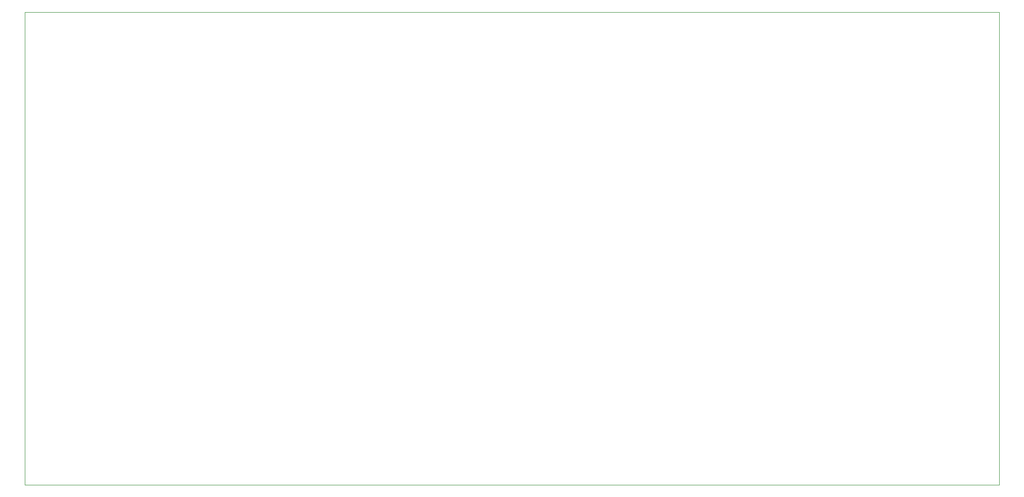
<source format=gko>
G04 (created by PCBNEW (2013-07-07 BZR 4022)-stable) date 07/01/2016 19:49:46*
%MOIN*%
G04 Gerber Fmt 3.4, Leading zero omitted, Abs format*
%FSLAX34Y34*%
G01*
G70*
G90*
G04 APERTURE LIST*
%ADD10C,0.00590551*%
%ADD11C,0.00393701*%
G04 APERTURE END LIST*
G54D10*
G54D11*
X129300Y-31900D02*
X62520Y-31900D01*
X129300Y-31900D02*
X129300Y-64300D01*
X62520Y-64300D02*
X129300Y-64300D01*
X62520Y-31900D02*
X62520Y-64300D01*
M02*

</source>
